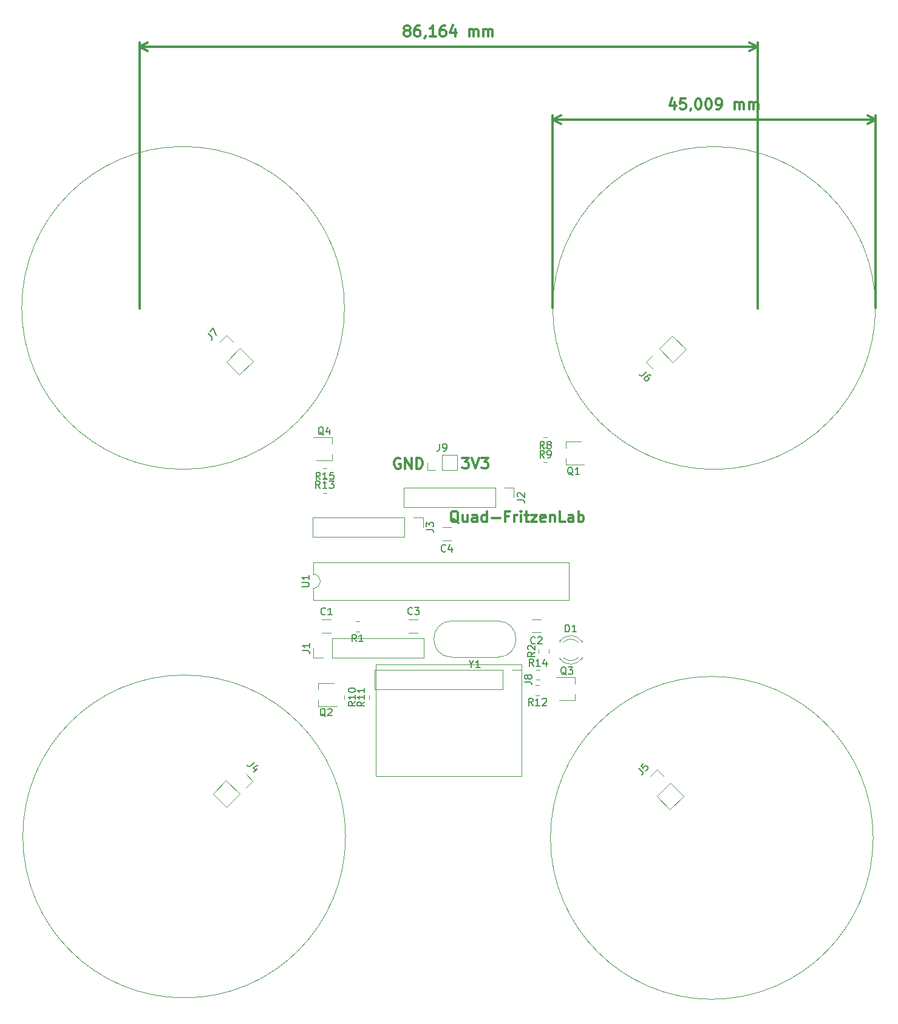
<source format=gto>
%TF.GenerationSoftware,KiCad,Pcbnew,5.0.2-bee76a0~70~ubuntu18.04.1*%
%TF.CreationDate,2019-05-17T20:17:06-03:00*%
%TF.ProjectId,Quadcoptero-FritzenLab-r00,51756164-636f-4707-9465-726f2d467269,rev?*%
%TF.SameCoordinates,Original*%
%TF.FileFunction,Legend,Top*%
%TF.FilePolarity,Positive*%
%FSLAX46Y46*%
G04 Gerber Fmt 4.6, Leading zero omitted, Abs format (unit mm)*
G04 Created by KiCad (PCBNEW 5.0.2-bee76a0~70~ubuntu18.04.1) date sex 17 mai 2019 20:17:06 -03*
%MOMM*%
%LPD*%
G01*
G04 APERTURE LIST*
%ADD10C,0.300000*%
%ADD11C,0.100000*%
%ADD12C,0.120000*%
%ADD13C,0.150000*%
G04 APERTURE END LIST*
D10*
X146555057Y-83491331D02*
X147483628Y-83491331D01*
X146983628Y-84062760D01*
X147197914Y-84062760D01*
X147340771Y-84134188D01*
X147412200Y-84205617D01*
X147483628Y-84348474D01*
X147483628Y-84705617D01*
X147412200Y-84848474D01*
X147340771Y-84919902D01*
X147197914Y-84991331D01*
X146769342Y-84991331D01*
X146626485Y-84919902D01*
X146555057Y-84848474D01*
X147912200Y-83491331D02*
X148412200Y-84991331D01*
X148912200Y-83491331D01*
X149269342Y-83491331D02*
X150197914Y-83491331D01*
X149697914Y-84062760D01*
X149912200Y-84062760D01*
X150055057Y-84134188D01*
X150126485Y-84205617D01*
X150197914Y-84348474D01*
X150197914Y-84705617D01*
X150126485Y-84848474D01*
X150055057Y-84919902D01*
X149912200Y-84991331D01*
X149483628Y-84991331D01*
X149340771Y-84919902D01*
X149269342Y-84848474D01*
X137911982Y-83588160D02*
X137769125Y-83516731D01*
X137554840Y-83516731D01*
X137340554Y-83588160D01*
X137197697Y-83731017D01*
X137126268Y-83873874D01*
X137054840Y-84159588D01*
X137054840Y-84373874D01*
X137126268Y-84659588D01*
X137197697Y-84802445D01*
X137340554Y-84945302D01*
X137554840Y-85016731D01*
X137697697Y-85016731D01*
X137911982Y-84945302D01*
X137983411Y-84873874D01*
X137983411Y-84373874D01*
X137697697Y-84373874D01*
X138626268Y-85016731D02*
X138626268Y-83516731D01*
X139483411Y-85016731D01*
X139483411Y-83516731D01*
X140197697Y-85016731D02*
X140197697Y-83516731D01*
X140554840Y-83516731D01*
X140769125Y-83588160D01*
X140911982Y-83731017D01*
X140983411Y-83873874D01*
X141054840Y-84159588D01*
X141054840Y-84373874D01*
X140983411Y-84659588D01*
X140911982Y-84802445D01*
X140769125Y-84945302D01*
X140554840Y-85016731D01*
X140197697Y-85016731D01*
X146057848Y-92591628D02*
X145914991Y-92520200D01*
X145772134Y-92377342D01*
X145557848Y-92163057D01*
X145414991Y-92091628D01*
X145272134Y-92091628D01*
X145343562Y-92448771D02*
X145200705Y-92377342D01*
X145057848Y-92234485D01*
X144986420Y-91948771D01*
X144986420Y-91448771D01*
X145057848Y-91163057D01*
X145200705Y-91020200D01*
X145343562Y-90948771D01*
X145629277Y-90948771D01*
X145772134Y-91020200D01*
X145914991Y-91163057D01*
X145986420Y-91448771D01*
X145986420Y-91948771D01*
X145914991Y-92234485D01*
X145772134Y-92377342D01*
X145629277Y-92448771D01*
X145343562Y-92448771D01*
X147272134Y-91448771D02*
X147272134Y-92448771D01*
X146629277Y-91448771D02*
X146629277Y-92234485D01*
X146700705Y-92377342D01*
X146843562Y-92448771D01*
X147057848Y-92448771D01*
X147200705Y-92377342D01*
X147272134Y-92305914D01*
X148629277Y-92448771D02*
X148629277Y-91663057D01*
X148557848Y-91520200D01*
X148414991Y-91448771D01*
X148129277Y-91448771D01*
X147986420Y-91520200D01*
X148629277Y-92377342D02*
X148486420Y-92448771D01*
X148129277Y-92448771D01*
X147986420Y-92377342D01*
X147914991Y-92234485D01*
X147914991Y-92091628D01*
X147986420Y-91948771D01*
X148129277Y-91877342D01*
X148486420Y-91877342D01*
X148629277Y-91805914D01*
X149986420Y-92448771D02*
X149986420Y-90948771D01*
X149986420Y-92377342D02*
X149843562Y-92448771D01*
X149557848Y-92448771D01*
X149414991Y-92377342D01*
X149343562Y-92305914D01*
X149272134Y-92163057D01*
X149272134Y-91734485D01*
X149343562Y-91591628D01*
X149414991Y-91520200D01*
X149557848Y-91448771D01*
X149843562Y-91448771D01*
X149986420Y-91520200D01*
X150700705Y-91877342D02*
X151843562Y-91877342D01*
X153057848Y-91663057D02*
X152557848Y-91663057D01*
X152557848Y-92448771D02*
X152557848Y-90948771D01*
X153272134Y-90948771D01*
X153843562Y-92448771D02*
X153843562Y-91448771D01*
X153843562Y-91734485D02*
X153914991Y-91591628D01*
X153986420Y-91520200D01*
X154129277Y-91448771D01*
X154272134Y-91448771D01*
X154772134Y-92448771D02*
X154772134Y-91448771D01*
X154772134Y-90948771D02*
X154700705Y-91020200D01*
X154772134Y-91091628D01*
X154843562Y-91020200D01*
X154772134Y-90948771D01*
X154772134Y-91091628D01*
X155272134Y-91448771D02*
X155843562Y-91448771D01*
X155486420Y-90948771D02*
X155486420Y-92234485D01*
X155557848Y-92377342D01*
X155700705Y-92448771D01*
X155843562Y-92448771D01*
X156200705Y-91448771D02*
X156986420Y-91448771D01*
X156200705Y-92448771D01*
X156986420Y-92448771D01*
X158129277Y-92377342D02*
X157986420Y-92448771D01*
X157700705Y-92448771D01*
X157557848Y-92377342D01*
X157486420Y-92234485D01*
X157486420Y-91663057D01*
X157557848Y-91520200D01*
X157700705Y-91448771D01*
X157986420Y-91448771D01*
X158129277Y-91520200D01*
X158200705Y-91663057D01*
X158200705Y-91805914D01*
X157486420Y-91948771D01*
X158843562Y-91448771D02*
X158843562Y-92448771D01*
X158843562Y-91591628D02*
X158914991Y-91520200D01*
X159057848Y-91448771D01*
X159272134Y-91448771D01*
X159414991Y-91520200D01*
X159486420Y-91663057D01*
X159486420Y-92448771D01*
X160914991Y-92448771D02*
X160200705Y-92448771D01*
X160200705Y-90948771D01*
X162057848Y-92448771D02*
X162057848Y-91663057D01*
X161986420Y-91520200D01*
X161843562Y-91448771D01*
X161557848Y-91448771D01*
X161414991Y-91520200D01*
X162057848Y-92377342D02*
X161914991Y-92448771D01*
X161557848Y-92448771D01*
X161414991Y-92377342D01*
X161343562Y-92234485D01*
X161343562Y-92091628D01*
X161414991Y-91948771D01*
X161557848Y-91877342D01*
X161914991Y-91877342D01*
X162057848Y-91805914D01*
X162772134Y-92448771D02*
X162772134Y-90948771D01*
X162772134Y-91520200D02*
X162914991Y-91448771D01*
X163200705Y-91448771D01*
X163343562Y-91520200D01*
X163414991Y-91591628D01*
X163486420Y-91734485D01*
X163486420Y-92163057D01*
X163414991Y-92305914D01*
X163343562Y-92377342D01*
X163200705Y-92448771D01*
X162914991Y-92448771D01*
X162772134Y-92377342D01*
X138735857Y-23916448D02*
X138593000Y-23845020D01*
X138521571Y-23773591D01*
X138450143Y-23630734D01*
X138450143Y-23559305D01*
X138521571Y-23416448D01*
X138593000Y-23345020D01*
X138735857Y-23273591D01*
X139021571Y-23273591D01*
X139164429Y-23345020D01*
X139235857Y-23416448D01*
X139307286Y-23559305D01*
X139307286Y-23630734D01*
X139235857Y-23773591D01*
X139164429Y-23845020D01*
X139021571Y-23916448D01*
X138735857Y-23916448D01*
X138593000Y-23987877D01*
X138521571Y-24059305D01*
X138450143Y-24202162D01*
X138450143Y-24487877D01*
X138521571Y-24630734D01*
X138593000Y-24702162D01*
X138735857Y-24773591D01*
X139021571Y-24773591D01*
X139164429Y-24702162D01*
X139235857Y-24630734D01*
X139307286Y-24487877D01*
X139307286Y-24202162D01*
X139235857Y-24059305D01*
X139164429Y-23987877D01*
X139021571Y-23916448D01*
X140593000Y-23273591D02*
X140307286Y-23273591D01*
X140164429Y-23345020D01*
X140093000Y-23416448D01*
X139950143Y-23630734D01*
X139878714Y-23916448D01*
X139878714Y-24487877D01*
X139950143Y-24630734D01*
X140021571Y-24702162D01*
X140164429Y-24773591D01*
X140450143Y-24773591D01*
X140593000Y-24702162D01*
X140664429Y-24630734D01*
X140735857Y-24487877D01*
X140735857Y-24130734D01*
X140664429Y-23987877D01*
X140593000Y-23916448D01*
X140450143Y-23845020D01*
X140164429Y-23845020D01*
X140021571Y-23916448D01*
X139950143Y-23987877D01*
X139878714Y-24130734D01*
X141450143Y-24702162D02*
X141450143Y-24773591D01*
X141378714Y-24916448D01*
X141307286Y-24987877D01*
X142878714Y-24773591D02*
X142021571Y-24773591D01*
X142450143Y-24773591D02*
X142450143Y-23273591D01*
X142307286Y-23487877D01*
X142164429Y-23630734D01*
X142021571Y-23702162D01*
X144164429Y-23273591D02*
X143878714Y-23273591D01*
X143735857Y-23345020D01*
X143664429Y-23416448D01*
X143521571Y-23630734D01*
X143450143Y-23916448D01*
X143450143Y-24487877D01*
X143521571Y-24630734D01*
X143593000Y-24702162D01*
X143735857Y-24773591D01*
X144021571Y-24773591D01*
X144164429Y-24702162D01*
X144235857Y-24630734D01*
X144307286Y-24487877D01*
X144307286Y-24130734D01*
X144235857Y-23987877D01*
X144164429Y-23916448D01*
X144021571Y-23845020D01*
X143735857Y-23845020D01*
X143593000Y-23916448D01*
X143521571Y-23987877D01*
X143450143Y-24130734D01*
X145593000Y-23773591D02*
X145593000Y-24773591D01*
X145235857Y-23202162D02*
X144878714Y-24273591D01*
X145807286Y-24273591D01*
X147521571Y-24773591D02*
X147521571Y-23773591D01*
X147521571Y-23916448D02*
X147593000Y-23845020D01*
X147735857Y-23773591D01*
X147950143Y-23773591D01*
X148093000Y-23845020D01*
X148164429Y-23987877D01*
X148164429Y-24773591D01*
X148164429Y-23987877D02*
X148235857Y-23845020D01*
X148378714Y-23773591D01*
X148593000Y-23773591D01*
X148735857Y-23845020D01*
X148807286Y-23987877D01*
X148807286Y-24773591D01*
X149521571Y-24773591D02*
X149521571Y-23773591D01*
X149521571Y-23916448D02*
X149593000Y-23845020D01*
X149735857Y-23773591D01*
X149950143Y-23773591D01*
X150093000Y-23845020D01*
X150164429Y-23987877D01*
X150164429Y-24773591D01*
X150164429Y-23987877D02*
X150235857Y-23845020D01*
X150378714Y-23773591D01*
X150593000Y-23773591D01*
X150735857Y-23845020D01*
X150807286Y-23987877D01*
X150807286Y-24773591D01*
X187746640Y-26195020D02*
X101582218Y-26195020D01*
X187746640Y-62707520D02*
X187746640Y-25608599D01*
X101582218Y-62707520D02*
X101582218Y-25608599D01*
X101582218Y-26195020D02*
X102708722Y-25608599D01*
X101582218Y-26195020D02*
X102708722Y-26781441D01*
X187746640Y-26195020D02*
X186620136Y-25608599D01*
X187746640Y-26195020D02*
X186620136Y-26781441D01*
X176198899Y-33925971D02*
X176198899Y-34925971D01*
X175841756Y-33354542D02*
X175484613Y-34425971D01*
X176413184Y-34425971D01*
X177698899Y-33425971D02*
X176984613Y-33425971D01*
X176913184Y-34140257D01*
X176984613Y-34068828D01*
X177127470Y-33997400D01*
X177484613Y-33997400D01*
X177627470Y-34068828D01*
X177698899Y-34140257D01*
X177770327Y-34283114D01*
X177770327Y-34640257D01*
X177698899Y-34783114D01*
X177627470Y-34854542D01*
X177484613Y-34925971D01*
X177127470Y-34925971D01*
X176984613Y-34854542D01*
X176913184Y-34783114D01*
X178484613Y-34854542D02*
X178484613Y-34925971D01*
X178413184Y-35068828D01*
X178341756Y-35140257D01*
X179413184Y-33425971D02*
X179556041Y-33425971D01*
X179698899Y-33497400D01*
X179770327Y-33568828D01*
X179841756Y-33711685D01*
X179913184Y-33997400D01*
X179913184Y-34354542D01*
X179841756Y-34640257D01*
X179770327Y-34783114D01*
X179698899Y-34854542D01*
X179556041Y-34925971D01*
X179413184Y-34925971D01*
X179270327Y-34854542D01*
X179198899Y-34783114D01*
X179127470Y-34640257D01*
X179056041Y-34354542D01*
X179056041Y-33997400D01*
X179127470Y-33711685D01*
X179198899Y-33568828D01*
X179270327Y-33497400D01*
X179413184Y-33425971D01*
X180841756Y-33425971D02*
X180984613Y-33425971D01*
X181127470Y-33497400D01*
X181198899Y-33568828D01*
X181270327Y-33711685D01*
X181341756Y-33997400D01*
X181341756Y-34354542D01*
X181270327Y-34640257D01*
X181198899Y-34783114D01*
X181127470Y-34854542D01*
X180984613Y-34925971D01*
X180841756Y-34925971D01*
X180698899Y-34854542D01*
X180627470Y-34783114D01*
X180556041Y-34640257D01*
X180484613Y-34354542D01*
X180484613Y-33997400D01*
X180556041Y-33711685D01*
X180627470Y-33568828D01*
X180698899Y-33497400D01*
X180841756Y-33425971D01*
X182056041Y-34925971D02*
X182341756Y-34925971D01*
X182484613Y-34854542D01*
X182556041Y-34783114D01*
X182698899Y-34568828D01*
X182770327Y-34283114D01*
X182770327Y-33711685D01*
X182698899Y-33568828D01*
X182627470Y-33497400D01*
X182484613Y-33425971D01*
X182198899Y-33425971D01*
X182056041Y-33497400D01*
X181984613Y-33568828D01*
X181913184Y-33711685D01*
X181913184Y-34068828D01*
X181984613Y-34211685D01*
X182056041Y-34283114D01*
X182198899Y-34354542D01*
X182484613Y-34354542D01*
X182627470Y-34283114D01*
X182698899Y-34211685D01*
X182770327Y-34068828D01*
X184556041Y-34925971D02*
X184556041Y-33925971D01*
X184556041Y-34068828D02*
X184627470Y-33997400D01*
X184770327Y-33925971D01*
X184984613Y-33925971D01*
X185127470Y-33997400D01*
X185198899Y-34140257D01*
X185198899Y-34925971D01*
X185198899Y-34140257D02*
X185270327Y-33997400D01*
X185413184Y-33925971D01*
X185627470Y-33925971D01*
X185770327Y-33997400D01*
X185841756Y-34140257D01*
X185841756Y-34925971D01*
X186556041Y-34925971D02*
X186556041Y-33925971D01*
X186556041Y-34068828D02*
X186627470Y-33997400D01*
X186770327Y-33925971D01*
X186984613Y-33925971D01*
X187127470Y-33997400D01*
X187198899Y-34140257D01*
X187198899Y-34925971D01*
X187198899Y-34140257D02*
X187270327Y-33997400D01*
X187413184Y-33925971D01*
X187627470Y-33925971D01*
X187770327Y-33997400D01*
X187841756Y-34140257D01*
X187841756Y-34925971D01*
X204203300Y-36347400D02*
X159194499Y-36347400D01*
X204203300Y-62623700D02*
X204203300Y-35760979D01*
X159194499Y-62623700D02*
X159194499Y-35760979D01*
X159194499Y-36347400D02*
X160321003Y-35760979D01*
X159194499Y-36347400D02*
X160321003Y-36933821D01*
X204203300Y-36347400D02*
X203076796Y-35760979D01*
X204203300Y-36347400D02*
X203076796Y-36933821D01*
D11*
X130297600Y-136292000D02*
G75*
G03X130297600Y-136292000I-22500000J0D01*
G01*
X203873100Y-136486900D02*
G75*
G03X203873100Y-136486900I-22500000J0D01*
G01*
X204190600Y-62623700D02*
G75*
G03X204190600Y-62623700I-22500000J0D01*
G01*
X130145200Y-62611000D02*
G75*
G03X130145200Y-62611000I-22500000J0D01*
G01*
X134553960Y-127919480D02*
X134553960Y-112351820D01*
X154810460Y-127919480D02*
X134553960Y-127919480D01*
X154813000Y-112349280D02*
X154813000Y-127916940D01*
X134553960Y-112349280D02*
X154813000Y-112349280D01*
D12*
X145838480Y-85245760D02*
X145838480Y-83125760D01*
X143778480Y-85245760D02*
X145838480Y-85245760D01*
X143778480Y-83125760D02*
X145838480Y-83125760D01*
X143778480Y-85245760D02*
X143778480Y-83125760D01*
X142778480Y-85245760D02*
X141718480Y-85245760D01*
X141718480Y-85245760D02*
X141718480Y-84185760D01*
X127019020Y-107927660D02*
X128277020Y-107927660D01*
X127019020Y-106087660D02*
X128277020Y-106087660D01*
X127150228Y-88426360D02*
X127672732Y-88426360D01*
X127150228Y-87006360D02*
X127672732Y-87006360D01*
X132229492Y-107737980D02*
X131706988Y-107737980D01*
X132229492Y-106317980D02*
X131706988Y-106317980D01*
X158621800Y-110702992D02*
X158621800Y-110180488D01*
X157201800Y-110702992D02*
X157201800Y-110180488D01*
X157904548Y-82721380D02*
X158427052Y-82721380D01*
X157904548Y-84141380D02*
X158427052Y-84141380D01*
X158427052Y-80684300D02*
X157904548Y-80684300D01*
X158427052Y-82104300D02*
X157904548Y-82104300D01*
X132165881Y-117132231D02*
X132165881Y-116609727D01*
X133585881Y-117132231D02*
X133585881Y-116609727D01*
X130112700Y-116628388D02*
X130112700Y-117150892D01*
X131532700Y-116628388D02*
X131532700Y-117150892D01*
X157322152Y-116650840D02*
X156799648Y-116650840D01*
X157322152Y-115230840D02*
X156799648Y-115230840D01*
X127637172Y-84936260D02*
X127114668Y-84936260D01*
X127637172Y-86356260D02*
X127114668Y-86356260D01*
X156878388Y-113046440D02*
X157400892Y-113046440D01*
X156878388Y-114466440D02*
X157400892Y-114466440D01*
X163373815Y-109205652D02*
G75*
G03X160141480Y-109048744I-1672335J-1078608D01*
G01*
X163373815Y-111362868D02*
G75*
G02X160141480Y-111519776I-1672335J1078608D01*
G01*
X162742610Y-109204423D02*
G75*
G03X160660519Y-109204260I-1041130J-1079837D01*
G01*
X162742610Y-111364097D02*
G75*
G02X160660519Y-111364260I-1041130J1079837D01*
G01*
X160141480Y-109048260D02*
X160141480Y-109204260D01*
X160141480Y-111364260D02*
X160141480Y-111520260D01*
X157527020Y-107869240D02*
X156269020Y-107869240D01*
X157527020Y-106029240D02*
X156269020Y-106029240D01*
X139132280Y-107879400D02*
X140390280Y-107879400D01*
X139132280Y-106039400D02*
X140390280Y-106039400D01*
X145053080Y-95032080D02*
X143795080Y-95032080D01*
X145053080Y-93192080D02*
X143795080Y-93192080D01*
X141202720Y-111367880D02*
X141202720Y-108707880D01*
X128442720Y-111367880D02*
X141202720Y-111367880D01*
X128442720Y-108707880D02*
X141202720Y-108707880D01*
X128442720Y-111367880D02*
X128442720Y-108707880D01*
X127172720Y-111367880D02*
X125842720Y-111367880D01*
X125842720Y-111367880D02*
X125842720Y-110037880D01*
X153778260Y-87707160D02*
X153778260Y-89037160D01*
X152448260Y-87707160D02*
X153778260Y-87707160D01*
X151178260Y-87707160D02*
X151178260Y-90367160D01*
X151178260Y-90367160D02*
X138418260Y-90367160D01*
X151178260Y-87707160D02*
X138418260Y-87707160D01*
X138418260Y-87707160D02*
X138418260Y-90367160D01*
X125753820Y-91834660D02*
X125753820Y-94494660D01*
X138513820Y-91834660D02*
X125753820Y-91834660D01*
X138513820Y-94494660D02*
X125753820Y-94494660D01*
X138513820Y-91834660D02*
X138513820Y-94494660D01*
X139783820Y-91834660D02*
X141113820Y-91834660D01*
X141113820Y-91834660D02*
X141113820Y-93164660D01*
X151532020Y-111305580D02*
X145132020Y-111305580D01*
X151532020Y-106255580D02*
X145132020Y-106255580D01*
X151532020Y-106255580D02*
G75*
G02X151532020Y-111305580I0J-2525000D01*
G01*
X145132020Y-106255580D02*
G75*
G03X145132020Y-111305580I0J-2525000D01*
G01*
X125758900Y-99711000D02*
G75*
G02X125758900Y-101711000I0J-1000000D01*
G01*
X125758900Y-101711000D02*
X125758900Y-103361000D01*
X125758900Y-103361000D02*
X161438900Y-103361000D01*
X161438900Y-103361000D02*
X161438900Y-98061000D01*
X161438900Y-98061000D02*
X125758900Y-98061000D01*
X125758900Y-98061000D02*
X125758900Y-99711000D01*
X134382200Y-113097000D02*
X134382200Y-115757000D01*
X152222200Y-113097000D02*
X134382200Y-113097000D01*
X152222200Y-115757000D02*
X134382200Y-115757000D01*
X152222200Y-113097000D02*
X152222200Y-115757000D01*
X153492200Y-113097000D02*
X154822200Y-113097000D01*
X154822200Y-113097000D02*
X154822200Y-114427000D01*
X173700923Y-130707647D02*
X175581827Y-128826743D01*
X173700923Y-130707647D02*
X175539400Y-132546124D01*
X175539400Y-132546124D02*
X177420304Y-130665220D01*
X175581827Y-128826743D02*
X177420304Y-130665220D01*
X173743349Y-126988265D02*
X174683801Y-127928717D01*
X172802897Y-127928717D02*
X173743349Y-126988265D01*
X173138448Y-71095252D02*
X172197996Y-70154800D01*
X172197996Y-70154800D02*
X173138448Y-69214348D01*
X174036474Y-68316322D02*
X175874951Y-66477845D01*
X177755855Y-68358749D02*
X175874951Y-66477845D01*
X175917378Y-70197226D02*
X177755855Y-68358749D01*
X175917378Y-70197226D02*
X174036474Y-68316322D01*
X113663214Y-70116218D02*
X115544118Y-68235314D01*
X113663214Y-70116218D02*
X115501691Y-71954695D01*
X115501691Y-71954695D02*
X117382595Y-70073791D01*
X115544118Y-68235314D02*
X117382595Y-70073791D01*
X113705640Y-66396836D02*
X114646092Y-67337288D01*
X112765188Y-67337288D02*
X113705640Y-66396836D01*
X126519360Y-118122340D02*
X126519360Y-117212340D01*
X126519360Y-115812340D02*
X126519360Y-114902340D01*
X129094360Y-118122340D02*
X126519360Y-118122340D01*
X128669360Y-114902340D02*
X126519360Y-114902340D01*
X160103240Y-117342560D02*
X162253240Y-117342560D01*
X159678240Y-114122560D02*
X162253240Y-114122560D01*
X162253240Y-116432560D02*
X162253240Y-117342560D01*
X162253240Y-114122560D02*
X162253240Y-115032560D01*
X128410280Y-80683460D02*
X128410280Y-81593460D01*
X128410280Y-82993460D02*
X128410280Y-83903460D01*
X125835280Y-80683460D02*
X128410280Y-80683460D01*
X126260280Y-83903460D02*
X128410280Y-83903460D01*
X161022720Y-84485120D02*
X161022720Y-83575120D01*
X161022720Y-82175120D02*
X161022720Y-81265120D01*
X163597720Y-84485120D02*
X161022720Y-84485120D01*
X163172720Y-81265120D02*
X161022720Y-81265120D01*
X113635002Y-128486654D02*
X115515906Y-130367558D01*
X113635002Y-128486654D02*
X111796525Y-130325131D01*
X111796525Y-130325131D02*
X113677429Y-132206035D01*
X115515906Y-130367558D02*
X113677429Y-132206035D01*
X117354384Y-128529080D02*
X116413932Y-129469532D01*
X116413932Y-127588628D02*
X117354384Y-128529080D01*
D13*
X143387486Y-81555340D02*
X143387486Y-82269626D01*
X143339867Y-82412483D01*
X143244629Y-82507721D01*
X143101772Y-82555340D01*
X143006534Y-82555340D01*
X143911296Y-82555340D02*
X144101772Y-82555340D01*
X144197010Y-82507721D01*
X144244629Y-82460102D01*
X144339867Y-82317245D01*
X144387486Y-82126769D01*
X144387486Y-81745817D01*
X144339867Y-81650579D01*
X144292248Y-81602960D01*
X144197010Y-81555340D01*
X144006534Y-81555340D01*
X143911296Y-81602960D01*
X143863677Y-81650579D01*
X143816058Y-81745817D01*
X143816058Y-81983912D01*
X143863677Y-82079150D01*
X143911296Y-82126769D01*
X144006534Y-82174388D01*
X144197010Y-82174388D01*
X144292248Y-82126769D01*
X144339867Y-82079150D01*
X144387486Y-81983912D01*
X127481353Y-105314802D02*
X127433734Y-105362421D01*
X127290877Y-105410040D01*
X127195639Y-105410040D01*
X127052781Y-105362421D01*
X126957543Y-105267183D01*
X126909924Y-105171945D01*
X126862305Y-104981469D01*
X126862305Y-104838612D01*
X126909924Y-104648136D01*
X126957543Y-104552898D01*
X127052781Y-104457660D01*
X127195639Y-104410040D01*
X127290877Y-104410040D01*
X127433734Y-104457660D01*
X127481353Y-104505279D01*
X128433734Y-105410040D02*
X127862305Y-105410040D01*
X128148020Y-105410040D02*
X128148020Y-104410040D01*
X128052781Y-104552898D01*
X127957543Y-104648136D01*
X127862305Y-104695755D01*
X126768622Y-86518740D02*
X126435289Y-86042550D01*
X126197194Y-86518740D02*
X126197194Y-85518740D01*
X126578146Y-85518740D01*
X126673384Y-85566360D01*
X126721003Y-85613979D01*
X126768622Y-85709217D01*
X126768622Y-85852074D01*
X126721003Y-85947312D01*
X126673384Y-85994931D01*
X126578146Y-86042550D01*
X126197194Y-86042550D01*
X127721003Y-86518740D02*
X127149575Y-86518740D01*
X127435289Y-86518740D02*
X127435289Y-85518740D01*
X127340051Y-85661598D01*
X127244813Y-85756836D01*
X127149575Y-85804455D01*
X128625765Y-85518740D02*
X128149575Y-85518740D01*
X128101956Y-85994931D01*
X128149575Y-85947312D01*
X128244813Y-85899693D01*
X128482908Y-85899693D01*
X128578146Y-85947312D01*
X128625765Y-85994931D01*
X128673384Y-86090169D01*
X128673384Y-86328264D01*
X128625765Y-86423502D01*
X128578146Y-86471121D01*
X128482908Y-86518740D01*
X128244813Y-86518740D01*
X128149575Y-86471121D01*
X128101956Y-86423502D01*
X131801573Y-109130360D02*
X131468240Y-108654170D01*
X131230144Y-109130360D02*
X131230144Y-108130360D01*
X131611097Y-108130360D01*
X131706335Y-108177980D01*
X131753954Y-108225599D01*
X131801573Y-108320837D01*
X131801573Y-108463694D01*
X131753954Y-108558932D01*
X131706335Y-108606551D01*
X131611097Y-108654170D01*
X131230144Y-108654170D01*
X132753954Y-109130360D02*
X132182525Y-109130360D01*
X132468240Y-109130360D02*
X132468240Y-108130360D01*
X132373001Y-108273218D01*
X132277763Y-108368456D01*
X132182525Y-108416075D01*
X156714180Y-110608406D02*
X156237990Y-110941740D01*
X156714180Y-111179835D02*
X155714180Y-111179835D01*
X155714180Y-110798882D01*
X155761800Y-110703644D01*
X155809419Y-110656025D01*
X155904657Y-110608406D01*
X156047514Y-110608406D01*
X156142752Y-110656025D01*
X156190371Y-110703644D01*
X156237990Y-110798882D01*
X156237990Y-111179835D01*
X155809419Y-110227454D02*
X155761800Y-110179835D01*
X155714180Y-110084597D01*
X155714180Y-109846501D01*
X155761800Y-109751263D01*
X155809419Y-109703644D01*
X155904657Y-109656025D01*
X155999895Y-109656025D01*
X156142752Y-109703644D01*
X156714180Y-110275073D01*
X156714180Y-109656025D01*
X157999133Y-82233760D02*
X157665800Y-81757570D01*
X157427704Y-82233760D02*
X157427704Y-81233760D01*
X157808657Y-81233760D01*
X157903895Y-81281380D01*
X157951514Y-81328999D01*
X157999133Y-81424237D01*
X157999133Y-81567094D01*
X157951514Y-81662332D01*
X157903895Y-81709951D01*
X157808657Y-81757570D01*
X157427704Y-81757570D01*
X158570561Y-81662332D02*
X158475323Y-81614713D01*
X158427704Y-81567094D01*
X158380085Y-81471856D01*
X158380085Y-81424237D01*
X158427704Y-81328999D01*
X158475323Y-81281380D01*
X158570561Y-81233760D01*
X158761038Y-81233760D01*
X158856276Y-81281380D01*
X158903895Y-81328999D01*
X158951514Y-81424237D01*
X158951514Y-81471856D01*
X158903895Y-81567094D01*
X158856276Y-81614713D01*
X158761038Y-81662332D01*
X158570561Y-81662332D01*
X158475323Y-81709951D01*
X158427704Y-81757570D01*
X158380085Y-81852808D01*
X158380085Y-82043284D01*
X158427704Y-82138522D01*
X158475323Y-82186141D01*
X158570561Y-82233760D01*
X158761038Y-82233760D01*
X158856276Y-82186141D01*
X158903895Y-82138522D01*
X158951514Y-82043284D01*
X158951514Y-81852808D01*
X158903895Y-81757570D01*
X158856276Y-81709951D01*
X158761038Y-81662332D01*
X157999133Y-83496680D02*
X157665800Y-83020490D01*
X157427704Y-83496680D02*
X157427704Y-82496680D01*
X157808657Y-82496680D01*
X157903895Y-82544300D01*
X157951514Y-82591919D01*
X157999133Y-82687157D01*
X157999133Y-82830014D01*
X157951514Y-82925252D01*
X157903895Y-82972871D01*
X157808657Y-83020490D01*
X157427704Y-83020490D01*
X158475323Y-83496680D02*
X158665800Y-83496680D01*
X158761038Y-83449061D01*
X158808657Y-83401442D01*
X158903895Y-83258585D01*
X158951514Y-83068109D01*
X158951514Y-82687157D01*
X158903895Y-82591919D01*
X158856276Y-82544300D01*
X158761038Y-82496680D01*
X158570561Y-82496680D01*
X158475323Y-82544300D01*
X158427704Y-82591919D01*
X158380085Y-82687157D01*
X158380085Y-82925252D01*
X158427704Y-83020490D01*
X158475323Y-83068109D01*
X158570561Y-83115728D01*
X158761038Y-83115728D01*
X158856276Y-83068109D01*
X158903895Y-83020490D01*
X158951514Y-82925252D01*
X131678261Y-117513836D02*
X131202071Y-117847169D01*
X131678261Y-118085264D02*
X130678261Y-118085264D01*
X130678261Y-117704312D01*
X130725881Y-117609074D01*
X130773500Y-117561455D01*
X130868738Y-117513836D01*
X131011595Y-117513836D01*
X131106833Y-117561455D01*
X131154452Y-117609074D01*
X131202071Y-117704312D01*
X131202071Y-118085264D01*
X131678261Y-116561455D02*
X131678261Y-117132883D01*
X131678261Y-116847169D02*
X130678261Y-116847169D01*
X130821119Y-116942407D01*
X130916357Y-117037645D01*
X130963976Y-117132883D01*
X130678261Y-115942407D02*
X130678261Y-115847169D01*
X130725881Y-115751931D01*
X130773500Y-115704312D01*
X130868738Y-115656693D01*
X131059214Y-115609074D01*
X131297309Y-115609074D01*
X131487785Y-115656693D01*
X131583023Y-115704312D01*
X131630642Y-115751931D01*
X131678261Y-115847169D01*
X131678261Y-115942407D01*
X131630642Y-116037645D01*
X131583023Y-116085264D01*
X131487785Y-116132883D01*
X131297309Y-116180502D01*
X131059214Y-116180502D01*
X130868738Y-116132883D01*
X130773500Y-116085264D01*
X130725881Y-116037645D01*
X130678261Y-115942407D01*
X132925080Y-117532497D02*
X132448890Y-117865830D01*
X132925080Y-118103925D02*
X131925080Y-118103925D01*
X131925080Y-117722973D01*
X131972700Y-117627735D01*
X132020319Y-117580116D01*
X132115557Y-117532497D01*
X132258414Y-117532497D01*
X132353652Y-117580116D01*
X132401271Y-117627735D01*
X132448890Y-117722973D01*
X132448890Y-118103925D01*
X132925080Y-116580116D02*
X132925080Y-117151544D01*
X132925080Y-116865830D02*
X131925080Y-116865830D01*
X132067938Y-116961068D01*
X132163176Y-117056306D01*
X132210795Y-117151544D01*
X132925080Y-115627735D02*
X132925080Y-116199163D01*
X132925080Y-115913449D02*
X131925080Y-115913449D01*
X132067938Y-116008687D01*
X132163176Y-116103925D01*
X132210795Y-116199163D01*
X156418042Y-118043220D02*
X156084709Y-117567030D01*
X155846614Y-118043220D02*
X155846614Y-117043220D01*
X156227566Y-117043220D01*
X156322804Y-117090840D01*
X156370423Y-117138459D01*
X156418042Y-117233697D01*
X156418042Y-117376554D01*
X156370423Y-117471792D01*
X156322804Y-117519411D01*
X156227566Y-117567030D01*
X155846614Y-117567030D01*
X157370423Y-118043220D02*
X156798995Y-118043220D01*
X157084709Y-118043220D02*
X157084709Y-117043220D01*
X156989471Y-117186078D01*
X156894233Y-117281316D01*
X156798995Y-117328935D01*
X157751376Y-117138459D02*
X157798995Y-117090840D01*
X157894233Y-117043220D01*
X158132328Y-117043220D01*
X158227566Y-117090840D01*
X158275185Y-117138459D01*
X158322804Y-117233697D01*
X158322804Y-117328935D01*
X158275185Y-117471792D01*
X157703757Y-118043220D01*
X158322804Y-118043220D01*
X126733062Y-87748640D02*
X126399729Y-87272450D01*
X126161634Y-87748640D02*
X126161634Y-86748640D01*
X126542586Y-86748640D01*
X126637824Y-86796260D01*
X126685443Y-86843879D01*
X126733062Y-86939117D01*
X126733062Y-87081974D01*
X126685443Y-87177212D01*
X126637824Y-87224831D01*
X126542586Y-87272450D01*
X126161634Y-87272450D01*
X127685443Y-87748640D02*
X127114015Y-87748640D01*
X127399729Y-87748640D02*
X127399729Y-86748640D01*
X127304491Y-86891498D01*
X127209253Y-86986736D01*
X127114015Y-87034355D01*
X128018777Y-86748640D02*
X128637824Y-86748640D01*
X128304491Y-87129593D01*
X128447348Y-87129593D01*
X128542586Y-87177212D01*
X128590205Y-87224831D01*
X128637824Y-87320069D01*
X128637824Y-87558164D01*
X128590205Y-87653402D01*
X128542586Y-87701021D01*
X128447348Y-87748640D01*
X128161634Y-87748640D01*
X128066396Y-87701021D01*
X128018777Y-87653402D01*
X156496782Y-112558820D02*
X156163449Y-112082630D01*
X155925354Y-112558820D02*
X155925354Y-111558820D01*
X156306306Y-111558820D01*
X156401544Y-111606440D01*
X156449163Y-111654059D01*
X156496782Y-111749297D01*
X156496782Y-111892154D01*
X156449163Y-111987392D01*
X156401544Y-112035011D01*
X156306306Y-112082630D01*
X155925354Y-112082630D01*
X157449163Y-112558820D02*
X156877735Y-112558820D01*
X157163449Y-112558820D02*
X157163449Y-111558820D01*
X157068211Y-111701678D01*
X156972973Y-111796916D01*
X156877735Y-111844535D01*
X158306306Y-111892154D02*
X158306306Y-112558820D01*
X158068211Y-111511201D02*
X157830116Y-112225487D01*
X158449163Y-112225487D01*
X160963384Y-107776640D02*
X160963384Y-106776640D01*
X161201480Y-106776640D01*
X161344337Y-106824260D01*
X161439575Y-106919498D01*
X161487194Y-107014736D01*
X161534813Y-107205212D01*
X161534813Y-107348069D01*
X161487194Y-107538545D01*
X161439575Y-107633783D01*
X161344337Y-107729021D01*
X161201480Y-107776640D01*
X160963384Y-107776640D01*
X162487194Y-107776640D02*
X161915765Y-107776640D01*
X162201480Y-107776640D02*
X162201480Y-106776640D01*
X162106241Y-106919498D01*
X162011003Y-107014736D01*
X161915765Y-107062355D01*
X156731353Y-109356382D02*
X156683734Y-109404001D01*
X156540877Y-109451620D01*
X156445639Y-109451620D01*
X156302781Y-109404001D01*
X156207543Y-109308763D01*
X156159924Y-109213525D01*
X156112305Y-109023049D01*
X156112305Y-108880192D01*
X156159924Y-108689716D01*
X156207543Y-108594478D01*
X156302781Y-108499240D01*
X156445639Y-108451620D01*
X156540877Y-108451620D01*
X156683734Y-108499240D01*
X156731353Y-108546859D01*
X157112305Y-108546859D02*
X157159924Y-108499240D01*
X157255162Y-108451620D01*
X157493258Y-108451620D01*
X157588496Y-108499240D01*
X157636115Y-108546859D01*
X157683734Y-108642097D01*
X157683734Y-108737335D01*
X157636115Y-108880192D01*
X157064686Y-109451620D01*
X157683734Y-109451620D01*
X139594613Y-105266542D02*
X139546994Y-105314161D01*
X139404137Y-105361780D01*
X139308899Y-105361780D01*
X139166041Y-105314161D01*
X139070803Y-105218923D01*
X139023184Y-105123685D01*
X138975565Y-104933209D01*
X138975565Y-104790352D01*
X139023184Y-104599876D01*
X139070803Y-104504638D01*
X139166041Y-104409400D01*
X139308899Y-104361780D01*
X139404137Y-104361780D01*
X139546994Y-104409400D01*
X139594613Y-104457019D01*
X139927946Y-104361780D02*
X140546994Y-104361780D01*
X140213660Y-104742733D01*
X140356518Y-104742733D01*
X140451756Y-104790352D01*
X140499375Y-104837971D01*
X140546994Y-104933209D01*
X140546994Y-105171304D01*
X140499375Y-105266542D01*
X140451756Y-105314161D01*
X140356518Y-105361780D01*
X140070803Y-105361780D01*
X139975565Y-105314161D01*
X139927946Y-105266542D01*
X144257413Y-96519222D02*
X144209794Y-96566841D01*
X144066937Y-96614460D01*
X143971699Y-96614460D01*
X143828841Y-96566841D01*
X143733603Y-96471603D01*
X143685984Y-96376365D01*
X143638365Y-96185889D01*
X143638365Y-96043032D01*
X143685984Y-95852556D01*
X143733603Y-95757318D01*
X143828841Y-95662080D01*
X143971699Y-95614460D01*
X144066937Y-95614460D01*
X144209794Y-95662080D01*
X144257413Y-95709699D01*
X145114556Y-95947794D02*
X145114556Y-96614460D01*
X144876460Y-95566841D02*
X144638365Y-96281127D01*
X145257413Y-96281127D01*
X124295100Y-110371213D02*
X125009386Y-110371213D01*
X125152243Y-110418832D01*
X125247481Y-110514070D01*
X125295100Y-110656927D01*
X125295100Y-110752165D01*
X125295100Y-109371213D02*
X125295100Y-109942641D01*
X125295100Y-109656927D02*
X124295100Y-109656927D01*
X124437958Y-109752165D01*
X124533196Y-109847403D01*
X124580815Y-109942641D01*
X154230640Y-89370493D02*
X154944926Y-89370493D01*
X155087783Y-89418112D01*
X155183021Y-89513350D01*
X155230640Y-89656207D01*
X155230640Y-89751445D01*
X154325879Y-88941921D02*
X154278260Y-88894302D01*
X154230640Y-88799064D01*
X154230640Y-88560969D01*
X154278260Y-88465731D01*
X154325879Y-88418112D01*
X154421117Y-88370493D01*
X154516355Y-88370493D01*
X154659212Y-88418112D01*
X155230640Y-88989540D01*
X155230640Y-88370493D01*
X141566200Y-93497993D02*
X142280486Y-93497993D01*
X142423343Y-93545612D01*
X142518581Y-93640850D01*
X142566200Y-93783707D01*
X142566200Y-93878945D01*
X141566200Y-93117040D02*
X141566200Y-92497993D01*
X141947153Y-92831326D01*
X141947153Y-92688469D01*
X141994772Y-92593231D01*
X142042391Y-92545612D01*
X142137629Y-92497993D01*
X142375724Y-92497993D01*
X142470962Y-92545612D01*
X142518581Y-92593231D01*
X142566200Y-92688469D01*
X142566200Y-92974183D01*
X142518581Y-93069421D01*
X142470962Y-93117040D01*
X147855829Y-112281770D02*
X147855829Y-112757960D01*
X147522496Y-111757960D02*
X147855829Y-112281770D01*
X148189162Y-111757960D01*
X149046305Y-112757960D02*
X148474877Y-112757960D01*
X148760591Y-112757960D02*
X148760591Y-111757960D01*
X148665353Y-111900818D01*
X148570115Y-111996056D01*
X148474877Y-112043675D01*
X124211280Y-101472904D02*
X125020804Y-101472904D01*
X125116042Y-101425285D01*
X125163661Y-101377666D01*
X125211280Y-101282428D01*
X125211280Y-101091952D01*
X125163661Y-100996714D01*
X125116042Y-100949095D01*
X125020804Y-100901476D01*
X124211280Y-100901476D01*
X125211280Y-99901476D02*
X125211280Y-100472904D01*
X125211280Y-100187190D02*
X124211280Y-100187190D01*
X124354138Y-100282428D01*
X124449376Y-100377666D01*
X124496995Y-100472904D01*
X155274580Y-114760333D02*
X155988866Y-114760333D01*
X156131723Y-114807952D01*
X156226961Y-114903190D01*
X156274580Y-115046047D01*
X156274580Y-115141285D01*
X155703152Y-114141285D02*
X155655533Y-114236523D01*
X155607914Y-114284142D01*
X155512676Y-114331761D01*
X155465057Y-114331761D01*
X155369819Y-114284142D01*
X155322200Y-114236523D01*
X155274580Y-114141285D01*
X155274580Y-113950809D01*
X155322200Y-113855571D01*
X155369819Y-113807952D01*
X155465057Y-113760333D01*
X155512676Y-113760333D01*
X155607914Y-113807952D01*
X155655533Y-113855571D01*
X155703152Y-113950809D01*
X155703152Y-114141285D01*
X155750771Y-114236523D01*
X155798390Y-114284142D01*
X155893628Y-114331761D01*
X156084104Y-114331761D01*
X156179342Y-114284142D01*
X156226961Y-114236523D01*
X156274580Y-114141285D01*
X156274580Y-113950809D01*
X156226961Y-113855571D01*
X156179342Y-113807952D01*
X156084104Y-113760333D01*
X155893628Y-113760333D01*
X155798390Y-113807952D01*
X155750771Y-113855571D01*
X155703152Y-113950809D01*
X171161735Y-126758960D02*
X171666811Y-127264036D01*
X171734155Y-127398723D01*
X171734155Y-127533410D01*
X171666811Y-127668097D01*
X171599468Y-127735440D01*
X171835170Y-126085525D02*
X171498453Y-126422242D01*
X171801498Y-126792631D01*
X171801498Y-126725288D01*
X171835170Y-126624273D01*
X172003529Y-126455914D01*
X172104544Y-126422242D01*
X172171888Y-126422242D01*
X172272903Y-126455914D01*
X172441262Y-126624273D01*
X172474933Y-126725288D01*
X172474933Y-126792631D01*
X172441262Y-126893647D01*
X172272903Y-127062005D01*
X172171888Y-127095677D01*
X172104544Y-127095677D01*
X172271736Y-71490558D02*
X171766660Y-71995634D01*
X171631973Y-72062978D01*
X171497286Y-72062978D01*
X171362599Y-71995634D01*
X171295256Y-71928291D01*
X172911500Y-72130321D02*
X172776813Y-71995634D01*
X172675797Y-71961963D01*
X172608454Y-71961963D01*
X172440095Y-71995634D01*
X172271736Y-72096650D01*
X172002362Y-72366024D01*
X171968691Y-72467039D01*
X171968691Y-72534382D01*
X172002362Y-72635398D01*
X172137049Y-72770085D01*
X172238065Y-72803756D01*
X172305408Y-72803756D01*
X172406423Y-72770085D01*
X172574782Y-72601726D01*
X172608454Y-72500711D01*
X172608454Y-72433367D01*
X172574782Y-72332352D01*
X172440095Y-72197665D01*
X172339080Y-72163993D01*
X172271736Y-72163993D01*
X172170721Y-72197665D01*
X111124026Y-66167531D02*
X111629102Y-66672607D01*
X111696446Y-66807294D01*
X111696446Y-66941981D01*
X111629102Y-67076668D01*
X111561759Y-67144011D01*
X111393400Y-65898157D02*
X111864805Y-65426752D01*
X112268866Y-66436905D01*
X127499121Y-119559959D02*
X127403883Y-119512340D01*
X127308645Y-119417101D01*
X127165788Y-119274244D01*
X127070550Y-119226625D01*
X126975312Y-119226625D01*
X127022931Y-119464720D02*
X126927693Y-119417101D01*
X126832455Y-119321863D01*
X126784836Y-119131387D01*
X126784836Y-118798054D01*
X126832455Y-118607578D01*
X126927693Y-118512340D01*
X127022931Y-118464720D01*
X127213407Y-118464720D01*
X127308645Y-118512340D01*
X127403883Y-118607578D01*
X127451502Y-118798054D01*
X127451502Y-119131387D01*
X127403883Y-119321863D01*
X127308645Y-119417101D01*
X127213407Y-119464720D01*
X127022931Y-119464720D01*
X127832455Y-118559959D02*
X127880074Y-118512340D01*
X127975312Y-118464720D01*
X128213407Y-118464720D01*
X128308645Y-118512340D01*
X128356264Y-118559959D01*
X128403883Y-118655197D01*
X128403883Y-118750435D01*
X128356264Y-118893292D01*
X127784836Y-119464720D01*
X128403883Y-119464720D01*
X161083001Y-113780179D02*
X160987763Y-113732560D01*
X160892525Y-113637321D01*
X160749668Y-113494464D01*
X160654430Y-113446845D01*
X160559192Y-113446845D01*
X160606811Y-113684940D02*
X160511573Y-113637321D01*
X160416335Y-113542083D01*
X160368716Y-113351607D01*
X160368716Y-113018274D01*
X160416335Y-112827798D01*
X160511573Y-112732560D01*
X160606811Y-112684940D01*
X160797287Y-112684940D01*
X160892525Y-112732560D01*
X160987763Y-112827798D01*
X161035382Y-113018274D01*
X161035382Y-113351607D01*
X160987763Y-113542083D01*
X160892525Y-113637321D01*
X160797287Y-113684940D01*
X160606811Y-113684940D01*
X161368716Y-112684940D02*
X161987763Y-112684940D01*
X161654430Y-113065893D01*
X161797287Y-113065893D01*
X161892525Y-113113512D01*
X161940144Y-113161131D01*
X161987763Y-113256369D01*
X161987763Y-113494464D01*
X161940144Y-113589702D01*
X161892525Y-113637321D01*
X161797287Y-113684940D01*
X161511573Y-113684940D01*
X161416335Y-113637321D01*
X161368716Y-113589702D01*
X127240041Y-80341079D02*
X127144803Y-80293460D01*
X127049565Y-80198221D01*
X126906708Y-80055364D01*
X126811470Y-80007745D01*
X126716232Y-80007745D01*
X126763851Y-80245840D02*
X126668613Y-80198221D01*
X126573375Y-80102983D01*
X126525756Y-79912507D01*
X126525756Y-79579174D01*
X126573375Y-79388698D01*
X126668613Y-79293460D01*
X126763851Y-79245840D01*
X126954327Y-79245840D01*
X127049565Y-79293460D01*
X127144803Y-79388698D01*
X127192422Y-79579174D01*
X127192422Y-79912507D01*
X127144803Y-80102983D01*
X127049565Y-80198221D01*
X126954327Y-80245840D01*
X126763851Y-80245840D01*
X128049565Y-79579174D02*
X128049565Y-80245840D01*
X127811470Y-79198221D02*
X127573375Y-79912507D01*
X128192422Y-79912507D01*
X162002481Y-85922739D02*
X161907243Y-85875120D01*
X161812005Y-85779881D01*
X161669148Y-85637024D01*
X161573910Y-85589405D01*
X161478672Y-85589405D01*
X161526291Y-85827500D02*
X161431053Y-85779881D01*
X161335815Y-85684643D01*
X161288196Y-85494167D01*
X161288196Y-85160834D01*
X161335815Y-84970358D01*
X161431053Y-84875120D01*
X161526291Y-84827500D01*
X161716767Y-84827500D01*
X161812005Y-84875120D01*
X161907243Y-84970358D01*
X161954862Y-85160834D01*
X161954862Y-85494167D01*
X161907243Y-85684643D01*
X161812005Y-85779881D01*
X161716767Y-85827500D01*
X161526291Y-85827500D01*
X162907243Y-85827500D02*
X162335815Y-85827500D01*
X162621529Y-85827500D02*
X162621529Y-84827500D01*
X162526291Y-84970358D01*
X162431053Y-85065596D01*
X162335815Y-85113215D01*
X117583688Y-125947466D02*
X117078612Y-126452542D01*
X116943925Y-126519886D01*
X116809238Y-126519886D01*
X116674551Y-126452542D01*
X116607208Y-126385199D01*
X117987749Y-126822932D02*
X117516345Y-127294336D01*
X118088765Y-126385199D02*
X117415330Y-126721916D01*
X117853062Y-127159649D01*
M02*

</source>
